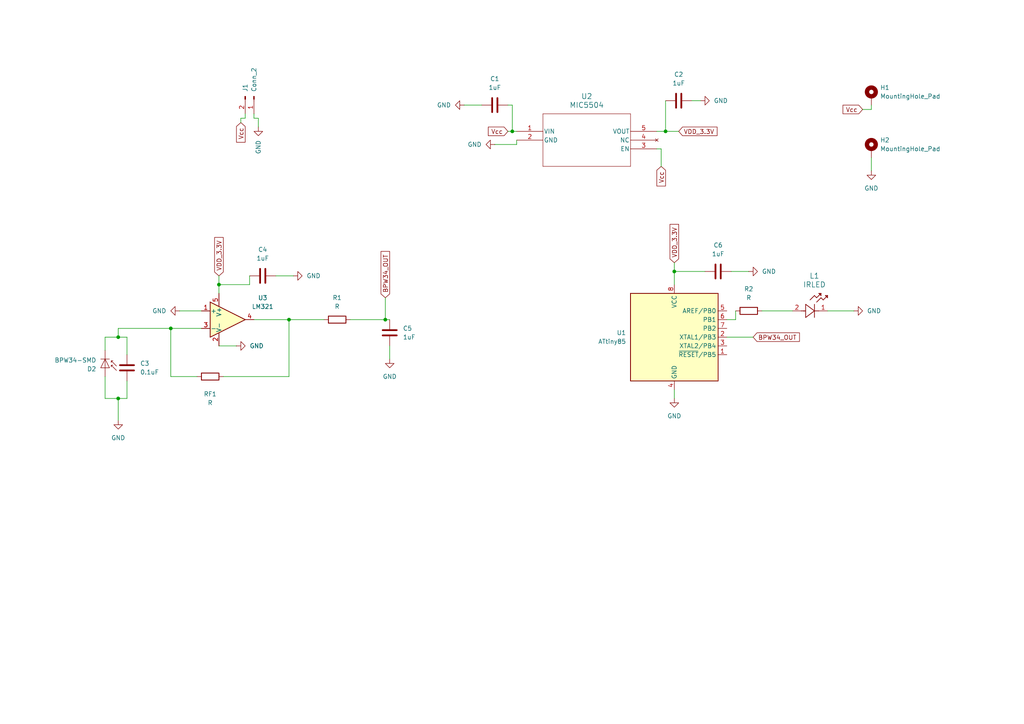
<source format=kicad_sch>
(kicad_sch (version 20231120) (generator "eeschema") (generator_version "8.0")
  (paper "A4")
  (lib_symbols
    (symbol "Amplifier_Operational:LM321" (pin_names (offset 0.127))
      (property "Reference" "U" (at 0 7.62 0))
      (property "Value" "LM321" (at 0 5.08 0))
      (symbol "LM321_0_1"
        (polyline (pts (xy -5.08 5.08) (xy 5.08 0) (xy -5.08 -5.08) (xy -5.08 5.08)) (stroke (width 0.254)) (fill (type background)))
      )
      (symbol "LM321_1_1"
        (pin input line (at -7.62 2.54 0) (length 2.54) (name "+") (number "1"))
        (pin power_in line (at -2.54 -7.62 90) (length 3.81) (name "V-") (number "2"))
        (pin input line (at -7.62 -2.54 0) (length 2.54) (name "-") (number "3"))
        (pin output line (at 7.62 0 180) (length 2.54) (name "~") (number "4"))
        (pin power_in line (at -2.54 7.62 270) (length 3.81) (name "V+") (number "5"))
      )
    )
    (symbol "Connector:Conn_01x02_Pin" (pin_names (offset 1.016) hide)
      (property "Reference" "J" (at 0 2.54 0))
      (property "Value" "Conn_01x02_Pin" (at 0 -5.08 0))
      (symbol "Conn_01x02_Pin_1_1"
        (polyline (pts (xy 1.27 -2.54) (xy 0.8636 -2.54)) (stroke (width 0.1524)))
        (polyline (pts (xy 1.27 0) (xy 0.8636 0)) (stroke (width 0.1524)))
        (rectangle (start 0.8636 -2.413) (end 0 -2.667) (stroke (width 0.1524)) (fill (type outline)))
        (rectangle (start 0.8636 0.127) (end 0 -0.127) (stroke (width 0.1524)) (fill (type outline)))
        (pin passive line (at 5.08 0 180) (length 3.81) (name "Pin_1") (number "1"))
        (pin passive line (at 5.08 -2.54 180) (length 3.81) (name "Pin_2") (number "2"))
      )
    )
    (symbol "Device:C" (pin_numbers hide) (pin_names (offset 0.254))
      (property "Reference" "C" (at 0.635 2.54 0))
      (property "Value" "C" (at 0.635 -2.54 0))
      (symbol "C_0_1"
        (polyline (pts (xy -2.032 -0.762) (xy 2.032 -0.762)) (stroke (width 0.508)))
        (polyline (pts (xy -2.032 0.762) (xy 2.032 0.762)) (stroke (width 0.508)))
      )
      (symbol "C_1_1"
        (pin passive line (at 0 3.81 270) (length 2.794) (name "~") (number "1"))
        (pin passive line (at 0 -3.81 90) (length 2.794) (name "~") (number "2"))
      )
    )
    (symbol "Device:R" (pin_numbers hide) (pin_names (offset 0))
      (property "Reference" "R" (at 2.032 0 90))
      (property "Value" "R" (at 0 0 90))
      (symbol "R_0_1"
        (rectangle (start -1.016 -2.54) (end 1.016 2.54) (stroke (width 0.254)))
      )
      (symbol "R_1_1"
        (pin passive line (at 0 3.81 270) (length 1.27) (name "~") (number "1"))
        (pin passive line (at 0 -3.81 90) (length 1.27) (name "~") (number "2"))
      )
    )
    (symbol "IR12_21C_TR8:IR12-21C_TR8" (pin_names (offset 0.254))
      (property "Reference" "LED" (at 5.08 -4.445 0))
      (property "Value" "IR12-21C/TR8" (at 5.08 -7.62 0))
      (symbol "IR12-21C_TR8_1_1"
        (polyline (pts (xy 2.54 0) (xy 3.4798 0)) (stroke (width 0.2032)))
        (polyline (pts (xy 3.175 0) (xy 3.81 0)) (stroke (width 0.2032)))
        (polyline (pts (xy 3.81 -1.905) (xy 6.35 0)) (stroke (width 0.2032)))
        (polyline (pts (xy 3.81 1.905) (xy 3.81 -1.905)) (stroke (width 0.2032)))
        (polyline (pts (xy 5.08 3.175) (xy 6.35 4.445)) (stroke (width 0.2032)))
        (polyline (pts (xy 6.35 -1.905) (xy 6.35 1.905)) (stroke (width 0.2032)))
        (polyline (pts (xy 6.35 0) (xy 3.81 1.905)) (stroke (width 0.2032)))
        (polyline (pts (xy 6.35 0) (xy 7.62 0)) (stroke (width 0.2032)))
        (polyline (pts (xy 6.35 4.445) (xy 6.985 3.81)) (stroke (width 0.2032)))
        (polyline (pts (xy 6.985 2.54) (xy 8.255 3.81)) (stroke (width 0.2032)))
        (polyline (pts (xy 6.985 3.81) (xy 8.255 5.08)) (stroke (width 0.2032)))
        (polyline (pts (xy 7.62 5.08) (xy 8.255 4.445)) (stroke (width 0.2032)))
        (polyline (pts (xy 8.255 3.81) (xy 8.89 3.175)) (stroke (width 0.2032)))
        (polyline (pts (xy 8.255 4.445) (xy 8.255 5.08)) (stroke (width 0.2032)))
        (polyline (pts (xy 8.255 5.08) (xy 7.62 5.08)) (stroke (width 0.2032)))
        (polyline (pts (xy 8.89 3.175) (xy 10.16 4.445)) (stroke (width 0.2032)))
        (polyline (pts (xy 9.525 4.445) (xy 10.16 3.81)) (stroke (width 0.2032)))
        (polyline (pts (xy 10.16 3.81) (xy 10.16 4.445)) (stroke (width 0.2032)))
        (polyline (pts (xy 10.16 4.445) (xy 9.525 4.445)) (stroke (width 0.2032)))
        (pin unspecified line (at 10.16 0 180) (length 2.54) (name "") (number "1"))
        (pin unspecified line (at 0 0 0) (length 2.54) (name "") (number "2"))
      )
      (symbol "IR12-21C_TR8_1_2"
        (polyline (pts (xy -5.08 7.62) (xy -4.445 8.255)) (stroke (width 0.2032)))
        (polyline (pts (xy -5.08 8.255) (xy -5.08 7.62)) (stroke (width 0.2032)))
        (polyline (pts (xy -4.445 6.35) (xy -3.81 6.985)) (stroke (width 0.2032)))
        (polyline (pts (xy -4.445 8.255) (xy -5.08 8.255)) (stroke (width 0.2032)))
        (polyline (pts (xy -4.445 9.525) (xy -3.81 10.16)) (stroke (width 0.2032)))
        (polyline (pts (xy -4.445 10.16) (xy -4.445 9.525)) (stroke (width 0.2032)))
        (polyline (pts (xy -3.81 6.985) (xy -5.08 8.255)) (stroke (width 0.2032)))
        (polyline (pts (xy -3.81 8.255) (xy -3.175 8.89)) (stroke (width 0.2032)))
        (polyline (pts (xy -3.81 10.16) (xy -4.445 10.16)) (stroke (width 0.2032)))
        (polyline (pts (xy -3.175 5.08) (xy -4.445 6.35)) (stroke (width 0.2032)))
        (polyline (pts (xy -3.175 8.89) (xy -4.445 10.16)) (stroke (width 0.2032)))
        (polyline (pts (xy -2.54 6.985) (xy -3.81 8.255)) (stroke (width 0.2032)))
        (polyline (pts (xy -1.905 3.81) (xy 1.905 3.81)) (stroke (width 0.2032)))
        (polyline (pts (xy 0 2.54) (xy 0 3.4798)) (stroke (width 0.2032)))
        (polyline (pts (xy 0 3.175) (xy 0 3.81)) (stroke (width 0.2032)))
        (polyline (pts (xy 0 6.35) (xy -1.905 3.81)) (stroke (width 0.2032)))
        (polyline (pts (xy 0 6.35) (xy 0 7.62)) (stroke (width 0.2032)))
        (polyline (pts (xy 1.905 3.81) (xy 0 6.35)) (stroke (width 0.2032)))
        (polyline (pts (xy 1.905 6.35) (xy -1.905 6.35)) (stroke (width 0.2032)))
        (pin unspecified line (at 0 10.16 270) (length 2.54) (name "") (number "1"))
        (pin unspecified line (at 0 0 90) (length 2.54) (name "") (number "2"))
      )
    )
    (symbol "MCU_Microchip_ATtiny:ATtiny85-20S"
      (property "Reference" "U" (at -12.7 13.97 0))
      (property "Value" "ATtiny85-20S" (at 2.54 -13.97 0))
      (symbol "ATtiny85-20S_0_1"
        (rectangle (start -12.7 -12.7) (end 12.7 12.7) (stroke (width 0.254)) (fill (type background)))
      )
      (symbol "ATtiny85-20S_1_1"
        (pin bidirectional line (at 15.24 -5.08 180) (length 2.54) (name "~{RESET}/PB5") (number "1"))
        (pin bidirectional line (at 15.24 0 180) (length 2.54) (name "XTAL1/PB3") (number "2"))
        (pin bidirectional line (at 15.24 -2.54 180) (length 2.54) (name "XTAL2/PB4") (number "3"))
        (pin power_in line (at 0 -15.24 90) (length 2.54) (name "GND") (number "4"))
        (pin bidirectional line (at 15.24 7.62 180) (length 2.54) (name "AREF/PB0") (number "5"))
        (pin bidirectional line (at 15.24 5.08 180) (length 2.54) (name "PB1") (number "6"))
        (pin bidirectional line (at 15.24 2.54 180) (length 2.54) (name "PB2") (number "7"))
        (pin power_in line (at 0 15.24 270) (length 2.54) (name "VCC") (number "8"))
      )
    )
    (symbol "MIC5504:MIC5504-3.3YM5-TR" (pin_names (offset 0.254))
      (property "Reference" "U" (at 20.32 10.16 0))
      (property "Value" "MIC5504-3.3YM5-TR" (at 20.32 7.62 0))
      (symbol "MIC5504-3.3YM5-TR_0_1"
        (polyline (pts (xy 7.62 -10.16) (xy 33.02 -10.16)) (stroke (width 0.127)))
        (polyline (pts (xy 7.62 5.08) (xy 7.62 -10.16)) (stroke (width 0.127)))
        (polyline (pts (xy 33.02 -10.16) (xy 33.02 5.08)) (stroke (width 0.127)))
        (polyline (pts (xy 33.02 5.08) (xy 7.62 5.08)) (stroke (width 0.127)))
        (pin input line (at 0 0 0) (length 7.62) (name "VIN") (number "1"))
        (pin power_in line (at 0 -2.54 0) (length 7.62) (name "GND") (number "2"))
        (pin input line (at 40.64 -5.08 180) (length 7.62) (name "EN") (number "3"))
        (pin no_connect line (at 40.64 -2.54 180) (length 7.62) (name "NC") (number "4"))
        (pin output line (at 40.64 0 180) (length 7.62) (name "VOUT") (number "5"))
      )
    )
    (symbol "Mechanical:MountingHole_Pad" (pin_numbers hide) (pin_names (offset 1.016) hide) (exclude_from_sim yes) (in_bom no)
      (property "Reference" "H" (at 0 6.35 0))
      (property "Value" "MountingHole_Pad" (at 0 4.445 0))
      (symbol "MountingHole_Pad_0_1"
        (circle (center 0 1.27) (radius 1.27) (stroke (width 1.27)))
      )
      (symbol "MountingHole_Pad_1_1"
        (pin input line (at 0 -2.54 90) (length 2.54) (name "1") (number "1"))
      )
    )
    (symbol "Sensor_Optical:BPW34-SMD" (pin_numbers hide) (pin_names (offset 1.016) hide)
      (property "Reference" "D" (at 0.508 1.778 0))
      (property "Value" "BPW34-SMD" (at -1.016 -2.794 0))
      (symbol "BPW34-SMD_0_1"
        (polyline (pts (xy -2.54 1.27) (xy -2.54 -1.27)) (stroke (width 0.1524)))
        (polyline (pts (xy -2.032 1.778) (xy -1.524 1.778)))
        (polyline (pts (xy 0 -1.27) (xy 0 1.27)))
        (polyline (pts (xy 0 0) (xy -2.54 0)))
        (polyline (pts (xy -0.508 3.302) (xy -2.032 1.778) (xy -2.032 2.286)))
        (polyline (pts (xy 0 1.27) (xy -2.54 0) (xy 0 -1.27)))
        (polyline (pts (xy 0.762 3.302) (xy -0.762 1.778) (xy -0.762 2.286) (xy -0.762 1.778) (xy -0.254 1.778)))
      )
      (symbol "BPW34-SMD_1_1"
        (pin passive line (at -5.08 0 0) (length 2.54) (name "K") (number "1"))
        (pin passive line (at 2.54 0 180) (length 2.54) (name "A") (number "2"))
      )
    )
    (symbol "power:GND" (power) (pin_numbers hide) (pin_names (offset 0) hide)
      (property "Value" "GND" (at 0 -3.81 0))
      (symbol "GND_0_1"
        (polyline (pts (xy 0 0) (xy 0 -1.27) (xy 1.27 -1.27) (xy 0 -2.54) (xy -1.27 -1.27) (xy 0 -1.27)))
      )
      (symbol "GND_1_1"
        (pin power_in line (at 0 0 270) (length 0) (name "~") (number "1"))
      )
    )
  )
  (junction (at 83.82 92.71))
  (junction (at 193.04 38.1))
  (junction (at 63.5 82.55))
  (junction (at 49.53 95.25))
  (junction (at 111.76 92.71))
  (junction (at 34.29 115.57))
  (junction (at 34.29 97.79))
  (junction (at 195.58 78.74))
  (junction (at 148.59 38.1))
  (wire (pts (xy 191.77 43.18) (xy 191.77 48.26)))
  (wire (pts (xy 52.07 90.17) (xy 58.42 90.17)))
  (wire (pts (xy 34.29 115.57) (xy 34.29 121.92)))
  (wire (pts (xy 30.48 115.57) (xy 34.29 115.57)))
  (wire (pts (xy 80.01 80.01) (xy 85.09 80.01)))
  (wire (pts (xy 74.93 34.29) (xy 73.66 34.29)))
  (wire (pts (xy 49.53 109.22) (xy 49.53 95.25)))
  (wire (pts (xy 74.93 36.83) (xy 74.93 34.29)))
  (wire (pts (xy 34.29 95.25) (xy 34.29 97.79)))
  (wire (pts (xy 240.03 90.17) (xy 247.65 90.17)))
  (wire (pts (xy 210.82 92.71) (xy 213.36 92.71)))
  (wire (pts (xy 147.32 38.1) (xy 148.59 38.1)))
  (wire (pts (xy 220.98 90.17) (xy 229.87 90.17)))
  (wire (pts (xy 250.19 31.75) (xy 252.73 31.75)))
  (wire (pts (xy 210.82 97.79) (xy 218.44 97.79)))
  (wire (pts (xy 252.73 31.75) (xy 252.73 30.48)))
  (wire (pts (xy 36.83 97.79) (xy 34.29 97.79)))
  (wire (pts (xy 30.48 101.6) (xy 30.48 97.79)))
  (wire (pts (xy 149.86 41.91) (xy 149.86 40.64)))
  (wire (pts (xy 69.85 34.29) (xy 71.12 34.29)))
  (wire (pts (xy 71.12 34.29) (xy 71.12 33.02)))
  (wire (pts (xy 190.5 38.1) (xy 193.04 38.1)))
  (wire (pts (xy 49.53 95.25) (xy 34.29 95.25)))
  (wire (pts (xy 58.42 95.25) (xy 49.53 95.25)))
  (wire (pts (xy 63.5 82.55) (xy 63.5 85.09)))
  (wire (pts (xy 193.04 29.21) (xy 193.04 38.1)))
  (wire (pts (xy 72.39 82.55) (xy 63.5 82.55)))
  (wire (pts (xy 69.85 35.56) (xy 69.85 34.29)))
  (wire (pts (xy 63.5 80.01) (xy 63.5 82.55)))
  (wire (pts (xy 36.83 102.87) (xy 36.83 97.79)))
  (wire (pts (xy 143.51 41.91) (xy 149.86 41.91)))
  (wire (pts (xy 101.6 92.71) (xy 111.76 92.71)))
  (wire (pts (xy 34.29 97.79) (xy 30.48 97.79)))
  (wire (pts (xy 200.66 29.21) (xy 203.2 29.21)))
  (wire (pts (xy 190.5 43.18) (xy 191.77 43.18)))
  (wire (pts (xy 212.09 78.74) (xy 217.17 78.74)))
  (wire (pts (xy 36.83 110.49) (xy 36.83 115.57)))
  (wire (pts (xy 83.82 109.22) (xy 83.82 92.71)))
  (wire (pts (xy 148.59 30.48) (xy 148.59 38.1)))
  (wire (pts (xy 83.82 92.71) (xy 93.98 92.71)))
  (wire (pts (xy 111.76 92.71) (xy 113.03 92.71)))
  (wire (pts (xy 195.58 78.74) (xy 195.58 82.55)))
  (wire (pts (xy 57.15 109.22) (xy 49.53 109.22)))
  (wire (pts (xy 72.39 80.01) (xy 72.39 82.55)))
  (wire (pts (xy 63.5 100.33) (xy 68.58 100.33)))
  (wire (pts (xy 73.66 34.29) (xy 73.66 33.02)))
  (wire (pts (xy 195.58 76.2) (xy 195.58 78.74)))
  (wire (pts (xy 204.47 78.74) (xy 195.58 78.74)))
  (wire (pts (xy 213.36 92.71) (xy 213.36 90.17)))
  (wire (pts (xy 193.04 38.1) (xy 196.85 38.1)))
  (wire (pts (xy 34.29 115.57) (xy 36.83 115.57)))
  (wire (pts (xy 195.58 113.03) (xy 195.58 115.57)))
  (wire (pts (xy 252.73 45.72) (xy 252.73 49.53)))
  (wire (pts (xy 64.77 109.22) (xy 83.82 109.22)))
  (wire (pts (xy 134.62 30.48) (xy 139.7 30.48)))
  (wire (pts (xy 148.59 38.1) (xy 149.86 38.1)))
  (wire (pts (xy 147.32 30.48) (xy 148.59 30.48)))
  (wire (pts (xy 113.03 100.33) (xy 113.03 104.14)))
  (wire (pts (xy 30.48 115.57) (xy 30.48 109.22)))
  (wire (pts (xy 111.76 86.36) (xy 111.76 92.71)))
  (wire (pts (xy 83.82 92.71) (xy 73.66 92.71)))
  (global_label "BPW34_OUT" (shape input) (at 218.44 97.79 0) (property "Intersheetrefs" "${INTERSHEET_REFS}" (effects (hide yes))))
  (global_label "Vcc" (shape input) (at 69.85 35.56 270) (property "Intersheetrefs" "${INTERSHEET_REFS}" (effects (hide yes))))
  (global_label "VDD_3.3V" (shape input) (at 196.85 38.1 0) (property "Intersheetrefs" "${INTERSHEET_REFS}" (effects (hide yes))))
  (global_label "Vcc" (shape input) (at 250.19 31.75 180) (property "Intersheetrefs" "${INTERSHEET_REFS}" (effects (hide yes))))
  (global_label "VDD_3.3V" (shape input) (at 195.58 76.2 90) (property "Intersheetrefs" "${INTERSHEET_REFS}" (effects (hide yes))))
  (global_label "Vcc" (shape input) (at 147.32 38.1 180) (property "Intersheetrefs" "${INTERSHEET_REFS}" (effects (hide yes))))
  (global_label "VDD_3.3V" (shape input) (at 63.5 80.01 90) (property "Intersheetrefs" "${INTERSHEET_REFS}" (effects (hide yes))))
  (global_label "BPW34_OUT" (shape input) (at 111.76 86.36 90) (property "Intersheetrefs" "${INTERSHEET_REFS}" (effects (hide yes))))
  (global_label "Vcc" (shape input) (at 191.77 48.26 270) (property "Intersheetrefs" "${INTERSHEET_REFS}" (effects (hide yes))))
  (symbol (lib_id "power:GND") (at 134.62 30.48 270) (unit 1)
    (property "Reference" "#PWR07" (effects (hide yes)))
    (property "Value" "GND" (at 130.81 30.4799 90) (effects (justify right)))
    (property "Description" "Power symbol creates a global label with name \"GND\" , ground" (effects (hide yes)))
  )
  (symbol (lib_id "IR12_21C_TR8:IR12-21C_TR8") (at 229.87 90.17 0) (unit 1)
    (property "Reference" "L1" (at 236.22 80.01 0) (effects (font (size 1.524 1.524))))
    (property "Value" "IRLED" (at 236.22 82.55 0) (effects (font (size 1.524 1.524))))
    (property "Footprint" "IR12_21C_TR8:LED_IR12-21C&slash_TR8_EVE" (effects (hide yes)))
    (property "Datasheet" "IR12-21C/TR8" (effects (hide yes)))
  )
  (symbol (lib_id "power:GND") (at 85.09 80.01 90) (unit 1)
    (property "Reference" "#PWR012" (effects (hide yes)))
    (property "Value" "GND" (at 88.9 80.0099 90) (effects (justify right)))
    (property "Description" "Power symbol creates a global label with name \"GND\" , ground" (effects (hide yes)))
  )
  (symbol (lib_id "power:GND") (at 247.65 90.17 90) (unit 1)
    (property "Reference" "#PWR02" (effects (hide yes)))
    (property "Value" "GND" (at 251.46 90.1699 90) (effects (justify right)))
    (property "Description" "Power symbol creates a global label with name \"GND\" , ground" (effects (hide yes)))
  )
  (symbol (lib_id "Device:R") (at 97.79 92.71 90) (unit 1)
    (property "Reference" "R1" (at 97.79 86.36 90))
    (property "Value" "R" (at 97.79 88.9 90))
    (property "Footprint" "Resistor_SMD:R_0603_1608Metric" (effects (hide yes)))
    (property "Description" "Resistor" (effects (hide yes)))
  )
  (symbol (lib_id "MCU_Microchip_ATtiny:ATtiny85-20S") (at 195.58 97.79 0) (unit 1)
    (property "Reference" "U1" (at 181.61 96.5199 0) (effects (justify right)))
    (property "Value" "ATtiny85" (at 181.61 99.0599 0) (effects (justify right)))
    (property "Footprint" "Package_SO:SOIC-8W_5.3x5.3mm_P1.27mm" (effects (hide yes)))
    (property "Datasheet" "http://ww1.microchip.com/downloads/en/DeviceDoc/atmel-2586-avr-8-bit-microcontroller-attiny25-attiny45-attiny85_datasheet.pdf" (effects (hide yes)))
    (property "Description" "20MHz, 8kB Flash, 512B SRAM, 512B EEPROM, debugWIRE, SOIC-8W" (effects (hide yes)))
  )
  (symbol (lib_id "Sensor_Optical:BPW34-SMD") (at 30.48 106.68 270) (unit 1)
    (property "Reference" "D2" (at 27.94 107.023 90) (effects (justify right)))
    (property "Value" "BPW34-SMD" (at 27.94 104.483 90) (effects (justify right)))
    (property "Footprint" "OptoDevice:Osram_BPW34S-SMD" (effects (hide yes)))
    (property "Datasheet" "https://dammedia.osram.info/media/resource/hires/osram-dam-5488319/BPW%2034%20S_EN.pdf" (effects (hide yes)))
    (property "Description" "Silicon PIN Photodiode, Area 2.65x2.65mm" (effects (hide yes)))
  )
  (symbol (lib_id "MIC5504:MIC5504-3.3YM5-TR") (at 149.86 38.1 0) (unit 1)
    (property "Reference" "U2" (at 170.18 27.94 0) (effects (font (size 1.524 1.524))))
    (property "Value" "MIC5504" (at 170.18 30.48 0) (effects (font (size 1.524 1.524))))
    (property "Footprint" "Package_TO_SOT_SMD:SOT-23-5" (effects (hide yes)))
    (property "Datasheet" "MIC5504-3.3YM5-TR" (effects (hide yes)))
  )
  (symbol (lib_id "power:GND") (at 74.93 36.83 0) (unit 1)
    (property "Reference" "#PWR03" (effects (hide yes)))
    (property "Value" "GND" (at 74.9299 40.64 90) (effects (justify right)))
    (property "Description" "Power symbol creates a global label with name \"GND\" , ground" (effects (hide yes)))
  )
  (symbol (lib_id "power:GND") (at 203.2 29.21 90) (unit 1)
    (property "Reference" "#PWR08" (effects (hide yes)))
    (property "Value" "GND" (at 207.01 29.2099 90) (effects (justify right)))
    (property "Description" "Power symbol creates a global label with name \"GND\" , ground" (effects (hide yes)))
  )
  (symbol (lib_id "Device:C") (at 113.03 96.52 180) (unit 1)
    (property "Reference" "C5" (at 116.84 95.2499 0) (effects (justify right)))
    (property "Value" "1uF" (at 116.84 97.7899 0) (effects (justify right)))
    (property "Footprint" "Capacitor_SMD:C_0603_1608Metric" (effects (hide yes)))
    (property "Description" "Unpolarized capacitor" (effects (hide yes)))
  )
  (symbol (lib_id "power:GND") (at 195.58 115.57 0) (unit 1)
    (property "Reference" "#PWR01" (effects (hide yes)))
    (property "Value" "GND" (at 195.58 120.65 0))
    (property "Description" "Power symbol creates a global label with name \"GND\" , ground" (effects (hide yes)))
  )
  (symbol (lib_id "Device:C") (at 143.51 30.48 90) (unit 1)
    (property "Reference" "C1" (at 143.51 22.86 90))
    (property "Value" "1uF" (at 143.51 25.4 90))
    (property "Footprint" "Capacitor_SMD:C_0603_1608Metric" (effects (hide yes)))
    (property "Description" "Unpolarized capacitor" (effects (hide yes)))
  )
  (symbol (lib_id "Amplifier_Operational:LM321") (at 66.04 92.71 0) (unit 1)
    (property "Reference" "U3" (at 76.2 86.3914 0))
    (property "Value" "LM321" (at 76.2 88.9314 0))
    (property "Footprint" "Package_TO_SOT_SMD:SOT-23-5" (effects (hide yes)))
    (property "Datasheet" "http://www.ti.com/lit/ds/symlink/lm321.pdf" (effects (hide yes)))
    (property "Description" "Low Power Single Operational Amplifier, SOT-23-5" (effects (hide yes)))
  )
  (symbol (lib_id "Device:C") (at 208.28 78.74 90) (unit 1)
    (property "Reference" "C6" (at 208.28 71.12 90))
    (property "Value" "1uF" (at 208.28 73.66 90))
    (property "Footprint" "Capacitor_SMD:C_0603_1608Metric" (effects (hide yes)))
    (property "Description" "Unpolarized capacitor" (effects (hide yes)))
  )
  (symbol (lib_id "Connector:Conn_01x02_Pin") (at 73.66 27.94 270) (unit 1)
    (property "Reference" "J1" (at 71.1199 26.67 0) (effects (justify right)))
    (property "Value" "Conn_2" (at 73.6599 26.67 0) (effects (justify right)))
    (property "Footprint" "Connector_PinHeader_2.54mm:PinHeader_1x02_P2.54mm_Vertical" (effects (hide yes)))
    (property "Description" "Generic connector, single row, 01x02, script generated" (effects (hide yes)))
  )
  (symbol (lib_id "power:GND") (at 143.51 41.91 270) (unit 1)
    (property "Reference" "#PWR05" (effects (hide yes)))
    (property "Value" "GND" (at 139.7 41.9099 90) (effects (justify right)))
    (property "Description" "Power symbol creates a global label with name \"GND\" , ground" (effects (hide yes)))
  )
  (symbol (lib_id "power:GND") (at 68.58 100.33 90) (unit 1)
    (property "Reference" "#PWR010" (effects (hide yes)))
    (property "Value" "GND" (at 72.39 100.3299 90) (effects (justify right)))
    (property "Description" "Power symbol creates a global label with name \"GND\" , ground" (effects (hide yes)))
  )
  (symbol (lib_id "Mechanical:MountingHole_Pad") (at 252.73 27.94 0) (unit 1) (exclude_from_sim yes) (in_bom no)
    (property "Reference" "H1" (at 255.27 25.3999 0) (effects (justify left)))
    (property "Value" "MountingHole_Pad" (at 255.27 27.9399 0) (effects (justify left)))
    (property "Footprint" "MountingHole:MT_Hole" (effects (hide yes)))
    (property "Description" "Mounting Hole with connection" (effects (hide yes)))
  )
  (symbol (lib_id "power:GND") (at 34.29 121.92 0) (unit 1)
    (property "Reference" "#PWR09" (effects (hide yes)))
    (property "Value" "GND" (at 34.29 127 0))
    (property "Description" "Power symbol creates a global label with name \"GND\" , ground" (effects (hide yes)))
  )
  (symbol (lib_id "Device:R") (at 217.17 90.17 90) (unit 1)
    (property "Reference" "R2" (at 217.17 83.82 90))
    (property "Value" "R" (at 217.17 86.36 90))
    (property "Footprint" "Resistor_SMD:R_0603_1608Metric" (effects (hide yes)))
    (property "Description" "Resistor" (effects (hide yes)))
  )
  (symbol (lib_id "power:GND") (at 113.03 104.14 0) (unit 1)
    (property "Reference" "#PWR04" (effects (hide yes)))
    (property "Value" "GND" (at 113.03 109.22 0))
    (property "Description" "Power symbol creates a global label with name \"GND\" , ground" (effects (hide yes)))
  )
  (symbol (lib_id "Device:C") (at 196.85 29.21 90) (unit 1)
    (property "Reference" "C2" (at 196.85 21.59 90))
    (property "Value" "1uF" (at 196.85 24.13 90))
    (property "Footprint" "Capacitor_SMD:C_0603_1608Metric" (effects (hide yes)))
    (property "Description" "Unpolarized capacitor" (effects (hide yes)))
  )
  (symbol (lib_id "power:GND") (at 252.73 49.53 0) (unit 1)
    (property "Reference" "#PWR06" (effects (hide yes)))
    (property "Value" "GND" (at 252.73 54.61 0))
    (property "Description" "Power symbol creates a global label with name \"GND\" , ground" (effects (hide yes)))
  )
  (symbol (lib_id "Device:R") (at 60.96 109.22 90) (unit 1)
    (property "Reference" "RF1" (at 60.96 114.3 90))
    (property "Value" "R" (at 60.96 116.84 90))
    (property "Footprint" "Resistor_SMD:R_0603_1608Metric" (effects (hide yes)))
    (property "Description" "Resistor" (effects (hide yes)))
  )
  (symbol (lib_id "power:GND") (at 52.07 90.17 270) (unit 1)
    (property "Reference" "#PWR011" (effects (hide yes)))
    (property "Value" "GND" (at 48.26 90.1699 90) (effects (justify right)))
    (property "Description" "Power symbol creates a global label with name \"GND\" , ground" (effects (hide yes)))
  )
  (symbol (lib_id "Device:C") (at 36.83 106.68 180) (unit 1)
    (property "Reference" "C3" (at 40.64 105.4099 0) (effects (justify right)))
    (property "Value" "0.1uF" (at 40.64 107.9499 0) (effects (justify right)))
    (property "Footprint" "Capacitor_SMD:C_0603_1608Metric" (effects (hide yes)))
    (property "Description" "Unpolarized capacitor" (effects (hide yes)))
  )
  (symbol (lib_id "Device:C") (at 76.2 80.01 90) (unit 1)
    (property "Reference" "C4" (at 76.2 72.39 90))
    (property "Value" "1uF" (at 76.2 74.93 90))
    (property "Footprint" "Capacitor_SMD:C_0603_1608Metric" (effects (hide yes)))
    (property "Description" "Unpolarized capacitor" (effects (hide yes)))
  )
  (symbol (lib_id "power:GND") (at 217.17 78.74 90) (unit 1)
    (property "Reference" "#PWR013" (effects (hide yes)))
    (property "Value" "GND" (at 220.98 78.7399 90) (effects (justify right)))
    (property "Description" "Power symbol creates a global label with name \"GND\" , ground" (effects (hide yes)))
  )
  (symbol (lib_id "Mechanical:MountingHole_Pad") (at 252.73 43.18 0) (unit 1) (exclude_from_sim yes) (in_bom no)
    (property "Reference" "H2" (at 255.27 40.6399 0) (effects (justify left)))
    (property "Value" "MountingHole_Pad" (at 255.27 43.1799 0) (effects (justify left)))
    (property "Footprint" "MountingHole:MT_Hole" (effects (hide yes)))
    (property "Description" "Mounting Hole with connection" (effects (hide yes)))
  )
)
</source>
